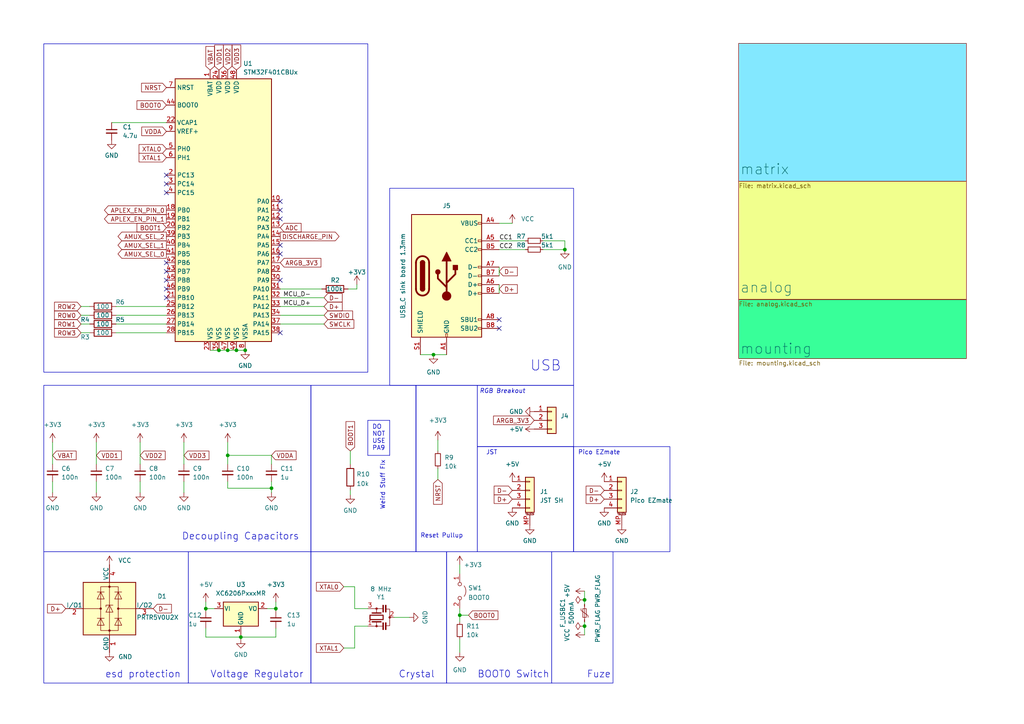
<source format=kicad_sch>
(kicad_sch (version 20231120) (generator "eeschema") (generator_version "8.0")
  (paper "A4")
  (lib_symbols
    (symbol "Connector:USB_C_Receptacle_USB2.0" (pin_names (offset 1.016))
      (property "Reference" "J" (at -10.16 19.05 0))
      (property "Value" "USB_C_Receptacle_USB2.0" (at 19.05 19.05 0))
      (symbol "USB_C_Receptacle_USB2.0_0_0"
        (rectangle (start -0.254 -17.78) (end 0.254 -16.764))
        (rectangle (start 10.16 -14.986) (end 9.144 -15.494))
        (rectangle (start 10.16 -12.446) (end 9.144 -12.954))
        (rectangle (start 10.16 -4.826) (end 9.144 -5.334))
        (rectangle (start 10.16 -2.286) (end 9.144 -2.794))
        (rectangle (start 10.16 0.254) (end 9.144 -0.254))
        (rectangle (start 10.16 2.794) (end 9.144 2.286))
        (rectangle (start 10.16 7.874) (end 9.144 7.366))
        (rectangle (start 10.16 10.414) (end 9.144 9.906))
        (rectangle (start 10.16 15.494) (end 9.144 14.986))
      )
      (symbol "USB_C_Receptacle_USB2.0_0_1"
        (rectangle (start -10.16 17.78) (end 10.16 -17.78) (stroke (width 0.254)) (fill (type background)))
        (arc (start -8.89 -3.81) (mid -6.985 -5.7067) (end -5.08 -3.81) (stroke (width 0.508)))
        (arc (start -7.62 -3.81) (mid -6.985 -4.4423) (end -6.35 -3.81) (stroke (width 0.254)))
        (arc (start -7.62 -3.81) (mid -6.985 -4.4423) (end -6.35 -3.81) (stroke (width 0.254)) (fill (type outline)))
        (rectangle (start -7.62 -3.81) (end -6.35 3.81) (stroke (width 0.254)) (fill (type outline)))
        (arc (start -6.35 3.81) (mid -6.985 4.4423) (end -7.62 3.81) (stroke (width 0.254)))
        (arc (start -6.35 3.81) (mid -6.985 4.4423) (end -7.62 3.81) (stroke (width 0.254)) (fill (type outline)))
        (arc (start -5.08 3.81) (mid -6.985 5.7067) (end -8.89 3.81) (stroke (width 0.508)))
        (circle (center -2.54 1.143) (radius 0.635) (stroke (width 0.254)) (fill (type outline)))
        (circle (center 0 -5.842) (radius 1.27) (fill (type outline)))
        (polyline (pts (xy -8.89 -3.81) (xy -8.89 3.81)) (stroke (width 0.508)))
        (polyline (pts (xy -5.08 3.81) (xy -5.08 -3.81)) (stroke (width 0.508)))
        (polyline (pts (xy 0 -5.842) (xy 0 4.318)) (stroke (width 0.508)))
        (polyline (pts (xy 0 -3.302) (xy -2.54 -0.762) (xy -2.54 0.508)) (stroke (width 0.508)))
        (polyline (pts (xy 0 -2.032) (xy 2.54 0.508) (xy 2.54 1.778)) (stroke (width 0.508)))
        (polyline (pts (xy -1.27 4.318) (xy 0 6.858) (xy 1.27 4.318) (xy -1.27 4.318)) (stroke (width 0.254)) (fill (type outline)))
        (rectangle (start 1.905 1.778) (end 3.175 3.048) (stroke (width 0.254)) (fill (type outline)))
      )
      (symbol "USB_C_Receptacle_USB2.0_1_1"
        (pin passive line (at 0 -22.86 90) (length 5.08) (name "GND") (number "A1"))
        (pin passive line (at 0 -22.86 90) (length 5.08) hide (name "GND") (number "A12"))
        (pin passive line (at 15.24 15.24 180) (length 5.08) (name "VBUS") (number "A4"))
        (pin bidirectional line (at 15.24 10.16 180) (length 5.08) (name "CC1") (number "A5"))
        (pin bidirectional line (at 15.24 -2.54 180) (length 5.08) (name "D+") (number "A6"))
        (pin bidirectional line (at 15.24 2.54 180) (length 5.08) (name "D-") (number "A7"))
        (pin bidirectional line (at 15.24 -12.7 180) (length 5.08) (name "SBU1") (number "A8"))
        (pin passive line (at 15.24 15.24 180) (length 5.08) hide (name "VBUS") (number "A9"))
        (pin passive line (at 0 -22.86 90) (length 5.08) hide (name "GND") (number "B1"))
        (pin passive line (at 0 -22.86 90) (length 5.08) hide (name "GND") (number "B12"))
        (pin passive line (at 15.24 15.24 180) (length 5.08) hide (name "VBUS") (number "B4"))
        (pin bidirectional line (at 15.24 7.62 180) (length 5.08) (name "CC2") (number "B5"))
        (pin bidirectional line (at 15.24 -5.08 180) (length 5.08) (name "D+") (number "B6"))
        (pin bidirectional line (at 15.24 0 180) (length 5.08) (name "D-") (number "B7"))
        (pin bidirectional line (at 15.24 -15.24 180) (length 5.08) (name "SBU2") (number "B8"))
        (pin passive line (at 15.24 15.24 180) (length 5.08) hide (name "VBUS") (number "B9"))
        (pin passive line (at -7.62 -22.86 90) (length 5.08) (name "SHIELD") (number "S1"))
      )
    )
    (symbol "Connector_Generic:Conn_01x03" (pin_names (offset 1.016) hide)
      (property "Reference" "J" (at 0 5.08 0))
      (property "Value" "Conn_01x03" (at 0 -5.08 0))
      (symbol "Conn_01x03_1_1"
        (rectangle (start -1.27 -2.413) (end 0 -2.667) (stroke (width 0.1524)))
        (rectangle (start -1.27 0.127) (end 0 -0.127) (stroke (width 0.1524)))
        (rectangle (start -1.27 2.667) (end 0 2.413) (stroke (width 0.1524)))
        (rectangle (start -1.27 3.81) (end 1.27 -3.81) (stroke (width 0.254)) (fill (type background)))
        (pin passive line (at -5.08 2.54 0) (length 3.81) (name "Pin_1") (number "1"))
        (pin passive line (at -5.08 0 0) (length 3.81) (name "Pin_2") (number "2"))
        (pin passive line (at -5.08 -2.54 0) (length 3.81) (name "Pin_3") (number "3"))
      )
    )
    (symbol "Connector_Generic_MountingPin:Conn_01x04_MountingPin" (pin_names (offset 1.016) hide)
      (property "Reference" "J" (at 0 5.08 0))
      (property "Value" "Conn_01x04_MountingPin" (at 1.27 -7.62 0))
      (symbol "Conn_01x04_MountingPin_1_1"
        (rectangle (start -1.27 -4.953) (end 0 -5.207) (stroke (width 0.1524)))
        (rectangle (start -1.27 -2.413) (end 0 -2.667) (stroke (width 0.1524)))
        (rectangle (start -1.27 0.127) (end 0 -0.127) (stroke (width 0.1524)))
        (rectangle (start -1.27 2.667) (end 0 2.413) (stroke (width 0.1524)))
        (rectangle (start -1.27 3.81) (end 1.27 -6.35) (stroke (width 0.254)) (fill (type background)))
        (polyline (pts (xy -1.016 -7.112) (xy 1.016 -7.112)) (stroke (width 0.1524)))
        (text "Mounting" (at 0 -6.731 0) (effects (font (size 0.381 0.381))))
        (pin passive line (at -5.08 2.54 0) (length 3.81) (name "Pin_1") (number "1"))
        (pin passive line (at -5.08 0 0) (length 3.81) (name "Pin_2") (number "2"))
        (pin passive line (at -5.08 -2.54 0) (length 3.81) (name "Pin_3") (number "3"))
        (pin passive line (at -5.08 -5.08 0) (length 3.81) (name "Pin_4") (number "4"))
        (pin passive line (at 0 -10.16 90) (length 3.048) (name "MountPin") (number "MP"))
      )
    )
    (symbol "Device:C_Small" (pin_numbers hide) (pin_names (offset 0.254) hide)
      (property "Reference" "C" (at 0.254 1.778 0))
      (property "Value" "C_Small" (at 0.254 -2.032 0))
      (symbol "C_Small_0_1"
        (polyline (pts (xy -1.524 -0.508) (xy 1.524 -0.508)) (stroke (width 0.3302)))
        (polyline (pts (xy -1.524 0.508) (xy 1.524 0.508)) (stroke (width 0.3048)))
      )
      (symbol "C_Small_1_1"
        (pin passive line (at 0 2.54 270) (length 2.032) (name "~") (number "1"))
        (pin passive line (at 0 -2.54 90) (length 2.032) (name "~") (number "2"))
      )
    )
    (symbol "Device:Polyfuse_Small" (pin_numbers hide) (pin_names (offset 0))
      (property "Reference" "F" (at -1.905 0 90))
      (property "Value" "Polyfuse_Small" (at 1.905 0 90))
      (symbol "Polyfuse_Small_0_1"
        (rectangle (start -0.508 1.27) (end 0.508 -1.27))
        (polyline (pts (xy 0 2.54) (xy 0 -2.54)))
        (polyline (pts (xy -1.016 1.27) (xy -1.016 0.762) (xy 1.016 -0.762) (xy 1.016 -1.27)))
      )
      (symbol "Polyfuse_Small_1_1"
        (pin passive line (at 0 2.54 270) (length 0.635) (name "~") (number "1"))
        (pin passive line (at 0 -2.54 90) (length 0.635) (name "~") (number "2"))
      )
    )
    (symbol "Device:R" (pin_numbers hide) (pin_names (offset 0))
      (property "Reference" "R" (at 2.032 0 90))
      (property "Value" "R" (at 0 0 90))
      (symbol "R_0_1"
        (rectangle (start -1.016 -2.54) (end 1.016 2.54) (stroke (width 0.254)))
      )
      (symbol "R_1_1"
        (pin passive line (at 0 3.81 270) (length 1.27) (name "~") (number "1"))
        (pin passive line (at 0 -3.81 90) (length 1.27) (name "~") (number "2"))
      )
    )
    (symbol "Device:R_Small" (pin_numbers hide) (pin_names (offset 0.254) hide)
      (property "Reference" "R" (at 0.762 0.508 0))
      (property "Value" "R_Small" (at 0.762 -1.016 0))
      (symbol "R_Small_0_1"
        (rectangle (start -0.762 1.778) (end 0.762 -1.778) (stroke (width 0.2032)))
      )
      (symbol "R_Small_1_1"
        (pin passive line (at 0 2.54 270) (length 0.762) (name "~") (number "1"))
        (pin passive line (at 0 -2.54 90) (length 0.762) (name "~") (number "2"))
      )
    )
    (symbol "Device:Resonator_Small" (pin_names (offset 1.016) hide)
      (property "Reference" "Y" (at 3.175 1.905 0))
      (property "Value" "Resonator_Small" (at 3.175 0 0))
      (symbol "Resonator_Small_0_1"
        (rectangle (start -3.556 -2.54) (end -1.524 -2.794) (fill (type outline)))
        (rectangle (start -3.556 -1.778) (end -1.524 -2.032) (fill (type outline)))
        (circle (center -2.54 0) (radius 0.254) (fill (type outline)))
        (rectangle (start -0.635 1.905) (end 0.635 -1.905) (stroke (width 0.3048)))
        (circle (center 0 -3.81) (radius 0.254) (fill (type outline)))
        (polyline (pts (xy -2.54 -1.778) (xy -2.54 0)))
        (polyline (pts (xy -2.54 0) (xy -1.397 0)))
        (polyline (pts (xy -2.54 1.27) (xy -2.54 0)))
        (polyline (pts (xy -1.27 -1.27) (xy -1.27 1.27)) (stroke (width 0.381)))
        (polyline (pts (xy 1.27 -1.27) (xy 1.27 1.27)) (stroke (width 0.381)))
        (polyline (pts (xy 1.27 0) (xy 2.54 0)))
        (polyline (pts (xy 2.54 0) (xy 2.54 -1.778)))
        (polyline (pts (xy 2.54 1.27) (xy 2.54 0)))
        (polyline (pts (xy 2.413 -2.794) (xy 2.413 -3.81) (xy -2.413 -3.81) (xy -2.413 -2.667)))
        (rectangle (start 1.524 -2.54) (end 3.556 -2.794) (fill (type outline)))
        (rectangle (start 1.524 -1.778) (end 3.556 -2.032) (fill (type outline)))
        (circle (center 2.54 0) (radius 0.254) (fill (type outline)))
      )
      (symbol "Resonator_Small_1_1"
        (pin passive line (at -2.54 2.54 270) (length 1.27) (name "1") (number "1"))
        (pin passive line (at 0 -5.08 90) (length 1.27) (name "2") (number "2"))
        (pin passive line (at 2.54 2.54 270) (length 1.27) (name "3") (number "3"))
      )
    )
    (symbol "GND_4" (power) (pin_names (offset 0))
      (property "Value" "GND_4" (at 0 -3.81 0))
      (symbol "GND_4_0_1"
        (polyline (pts (xy 0 0) (xy 0 -1.27) (xy 1.27 -1.27) (xy 0 -2.54) (xy -1.27 -1.27) (xy 0 -1.27)))
      )
      (symbol "GND_4_1_1"
        (pin power_in line (at 0 0 270) (length 0) hide (name "GND") (number "1"))
      )
    )
    (symbol "Jumper:Jumper_2_Open" (pin_names (offset 0) hide)
      (property "Reference" "JP" (at 0 2.794 0))
      (property "Value" "Jumper_2_Open" (at 0 -2.286 0))
      (symbol "Jumper_2_Open_0_0"
        (circle (center -2.032 0) (radius 0.508))
        (circle (center 2.032 0) (radius 0.508))
      )
      (symbol "Jumper_2_Open_0_1"
        (arc (start 1.524 1.27) (mid 0 1.778) (end -1.524 1.27))
      )
      (symbol "Jumper_2_Open_1_1"
        (pin passive line (at -5.08 0 0) (length 2.54) (name "A") (number "1"))
        (pin passive line (at 5.08 0 180) (length 2.54) (name "B") (number "2"))
      )
    )
    (symbol "MCU_ST_STM32F4:STM32F401CBUx"
      (property "Reference" "U" (at -15.24 39.37 0))
      (property "Value" "STM32F401CBUx" (at 5.08 39.37 0))
      (symbol "STM32F401CBUx_0_1"
        (rectangle (start -15.24 -38.1) (end 12.7 38.1) (stroke (width 0.254)) (fill (type background)))
      )
      (symbol "STM32F401CBUx_1_1"
        (pin power_in line (at -5.08 40.64 270) (length 2.54) (name "VBAT") (number "1"))
        (pin bidirectional line (at 15.24 2.54 180) (length 2.54) (name "PA0") (number "10"))
        (pin bidirectional line (at 15.24 0 180) (length 2.54) (name "PA1") (number "11"))
        (pin bidirectional line (at 15.24 -2.54 180) (length 2.54) (name "PA2") (number "12"))
        (pin bidirectional line (at 15.24 -5.08 180) (length 2.54) (name "PA3") (number "13"))
        (pin bidirectional line (at 15.24 -7.62 180) (length 2.54) (name "PA4") (number "14"))
        (pin bidirectional line (at 15.24 -10.16 180) (length 2.54) (name "PA5") (number "15"))
        (pin bidirectional line (at 15.24 -12.7 180) (length 2.54) (name "PA6") (number "16"))
        (pin bidirectional line (at 15.24 -15.24 180) (length 2.54) (name "PA7") (number "17"))
        (pin bidirectional line (at -17.78 0 0) (length 2.54) (name "PB0") (number "18"))
        (pin bidirectional line (at -17.78 -2.54 0) (length 2.54) (name "PB1") (number "19"))
        (pin bidirectional line (at -17.78 10.16 0) (length 2.54) (name "PC13") (number "2"))
        (pin bidirectional line (at -17.78 -5.08 0) (length 2.54) (name "PB2") (number "20"))
        (pin bidirectional line (at -17.78 -25.4 0) (length 2.54) (name "PB10") (number "21"))
        (pin power_in line (at -17.78 25.4 0) (length 2.54) (name "VCAP1") (number "22"))
        (pin power_in line (at -5.08 -40.64 90) (length 2.54) (name "VSS") (number "23"))
        (pin power_in line (at -2.54 40.64 270) (length 2.54) (name "VDD") (number "24"))
        (pin bidirectional line (at -17.78 -27.94 0) (length 2.54) (name "PB12") (number "25"))
        (pin bidirectional line (at -17.78 -30.48 0) (length 2.54) (name "PB13") (number "26"))
        (pin bidirectional line (at -17.78 -33.02 0) (length 2.54) (name "PB14") (number "27"))
        (pin bidirectional line (at -17.78 -35.56 0) (length 2.54) (name "PB15") (number "28"))
        (pin bidirectional line (at 15.24 -17.78 180) (length 2.54) (name "PA8") (number "29"))
        (pin bidirectional line (at -17.78 7.62 0) (length 2.54) (name "PC14") (number "3"))
        (pin bidirectional line (at 15.24 -20.32 180) (length 2.54) (name "PA9") (number "30"))
        (pin bidirectional line (at 15.24 -22.86 180) (length 2.54) (name "PA10") (number "31"))
        (pin bidirectional line (at 15.24 -25.4 180) (length 2.54) (name "PA11") (number "32"))
        (pin bidirectional line (at 15.24 -27.94 180) (length 2.54) (name "PA12") (number "33"))
        (pin bidirectional line (at 15.24 -30.48 180) (length 2.54) (name "PA13") (number "34"))
        (pin power_in line (at -2.54 -40.64 90) (length 2.54) (name "VSS") (number "35"))
        (pin power_in line (at 0 40.64 270) (length 2.54) (name "VDD") (number "36"))
        (pin bidirectional line (at 15.24 -33.02 180) (length 2.54) (name "PA14") (number "37"))
        (pin bidirectional line (at 15.24 -35.56 180) (length 2.54) (name "PA15") (number "38"))
        (pin bidirectional line (at -17.78 -7.62 0) (length 2.54) (name "PB3") (number "39"))
        (pin bidirectional line (at -17.78 5.08 0) (length 2.54) (name "PC15") (number "4"))
        (pin bidirectional line (at -17.78 -10.16 0) (length 2.54) (name "PB4") (number "40"))
        (pin bidirectional line (at -17.78 -12.7 0) (length 2.54) (name "PB5") (number "41"))
        (pin bidirectional line (at -17.78 -15.24 0) (length 2.54) (name "PB6") (number "42"))
        (pin bidirectional line (at -17.78 -17.78 0) (length 2.54) (name "PB7") (number "43"))
        (pin input line (at -17.78 30.48 0) (length 2.54) (name "BOOT0") (number "44"))
        (pin bidirectional line (at -17.78 -20.32 0) (length 2.54) (name "PB8") (number "45"))
        (pin bidirectional line (at -17.78 -22.86 0) (length 2.54) (name "PB9") (number "46"))
        (pin power_in line (at 0 -40.64 90) (length 2.54) (name "VSS") (number "47"))
        (pin power_in line (at 2.54 40.64 270) (length 2.54) (name "VDD") (number "48"))
        (pin power_in line (at 2.54 -40.64 90) (length 2.54) (name "VSS") (number "49"))
        (pin input line (at -17.78 17.78 0) (length 2.54) (name "PH0") (number "5"))
        (pin input line (at -17.78 15.24 0) (length 2.54) (name "PH1") (number "6"))
        (pin input line (at -17.78 35.56 0) (length 2.54) (name "NRST") (number "7"))
        (pin power_in line (at 5.08 -40.64 90) (length 2.54) (name "VSSA") (number "8"))
        (pin power_in line (at -17.78 22.86 0) (length 2.54) (name "VREF+") (number "9"))
      )
    )
    (symbol "Power_Protection:PRTR5V0U2X" (pin_names (offset 0))
      (property "Reference" "D" (at 2.794 8.636 0))
      (property "Value" "PRTR5V0U2X" (at 8.128 -9.398 0))
      (symbol "PRTR5V0U2X_0_1"
        (rectangle (start -7.62 -7.62) (end 7.62 7.62) (stroke (width 0.254)) (fill (type background)))
        (circle (center -2.54 0) (radius 0.254) (fill (type outline)))
        (rectangle (start -2.54 6.35) (end 2.54 -6.35))
        (circle (center 0 -6.35) (radius 0.254) (fill (type outline)))
        (polyline (pts (xy -2.54 0) (xy -7.62 0)))
        (polyline (pts (xy -1.524 -2.794) (xy -3.556 -2.794)))
        (polyline (pts (xy -1.524 4.826) (xy -3.556 4.826)))
        (polyline (pts (xy 0 -7.62) (xy 0 7.62)))
        (polyline (pts (xy 1.524 -2.794) (xy 3.556 -2.794)))
        (polyline (pts (xy 1.524 4.826) (xy 3.556 4.826)))
        (polyline (pts (xy 2.54 0) (xy 7.62 0)))
        (polyline (pts (xy 1.016 1.016) (xy -1.016 1.016) (xy -1.016 0.508)))
        (polyline (pts (xy -3.556 -4.826) (xy -1.524 -4.826) (xy -2.54 -2.794) (xy -3.556 -4.826)))
        (polyline (pts (xy -3.556 2.794) (xy -1.524 2.794) (xy -2.54 4.826) (xy -3.556 2.794)))
        (polyline (pts (xy -1.016 -1.016) (xy 1.016 -1.016) (xy 0 1.016) (xy -1.016 -1.016)))
        (polyline (pts (xy 3.556 -4.826) (xy 1.524 -4.826) (xy 2.54 -2.794) (xy 3.556 -4.826)))
        (polyline (pts (xy 3.556 2.794) (xy 1.524 2.794) (xy 2.54 4.826) (xy 3.556 2.794)))
        (circle (center 0 6.35) (radius 0.254) (fill (type outline)))
        (circle (center 2.54 0) (radius 0.254) (fill (type outline)))
      )
      (symbol "PRTR5V0U2X_1_1"
        (pin passive line (at 0 -12.7 90) (length 5.08) (name "GND") (number "1"))
        (pin passive line (at -12.7 0 0) (length 5.08) (name "I/O1") (number "2"))
        (pin passive line (at 12.7 0 180) (length 5.08) (name "I/O2") (number "3"))
        (pin passive line (at 0 12.7 270) (length 5.08) (name "VCC") (number "4"))
      )
    )
    (symbol "Regulator_Linear:XC6206PxxxMR" (pin_names (offset 0.254))
      (property "Reference" "U" (at -3.81 3.175 0))
      (property "Value" "XC6206PxxxMR" (at 0 3.175 0))
      (symbol "XC6206PxxxMR_0_1"
        (rectangle (start -5.08 1.905) (end 5.08 -5.08) (stroke (width 0.254)) (fill (type background)))
      )
      (symbol "XC6206PxxxMR_1_1"
        (pin power_in line (at 0 -7.62 90) (length 2.54) (name "GND") (number "1"))
        (pin power_out line (at 7.62 0 180) (length 2.54) (name "VO") (number "2"))
        (pin power_in line (at -7.62 0 0) (length 2.54) (name "VI") (number "3"))
      )
    )
    (symbol "power:+3.3V" (power) (pin_names (offset 0))
      (property "Value" "+3.3V" (at 0 3.556 0))
      (symbol "+3.3V_0_1"
        (polyline (pts (xy -0.762 1.27) (xy 0 2.54)))
        (polyline (pts (xy 0 0) (xy 0 2.54)))
        (polyline (pts (xy 0 2.54) (xy 0.762 1.27)))
      )
      (symbol "+3.3V_1_1"
        (pin power_in line (at 0 0 90) (length 0) hide (name "+3V3") (number "1"))
      )
    )
    (symbol "power:+3V3" (power) (pin_names (offset 0))
      (property "Value" "+3V3" (at 0 3.556 0))
      (symbol "+3V3_0_1"
        (polyline (pts (xy -0.762 1.27) (xy 0 2.54)))
        (polyline (pts (xy 0 0) (xy 0 2.54)))
        (polyline (pts (xy 0 2.54) (xy 0.762 1.27)))
      )
      (symbol "+3V3_1_1"
        (pin power_in line (at 0 0 90) (length 0) hide (name "+3V3") (number "1"))
      )
    )
    (symbol "power:+5V" (power) (pin_names (offset 0))
      (property "Value" "+5V" (at 0 3.556 0))
      (symbol "+5V_0_1"
        (polyline (pts (xy -0.762 1.27) (xy 0 2.54)))
        (polyline (pts (xy 0 0) (xy 0 2.54)))
        (polyline (pts (xy 0 2.54) (xy 0.762 1.27)))
      )
      (symbol "+5V_1_1"
        (pin power_in line (at 0 0 90) (length 0) hide (name "+5V") (number "1"))
      )
    )
    (symbol "power:GND" (power) (pin_names (offset 0))
      (property "Value" "GND" (at 0 -3.81 0))
      (symbol "GND_0_1"
        (polyline (pts (xy 0 0) (xy 0 -1.27) (xy 1.27 -1.27) (xy 0 -2.54) (xy -1.27 -1.27) (xy 0 -1.27)))
      )
      (symbol "GND_1_1"
        (pin power_in line (at 0 0 270) (length 0) hide (name "GND") (number "1"))
      )
    )
    (symbol "power:PWR_FLAG" (power) (pin_numbers hide) (pin_names (offset 0) hide)
      (property "Value" "PWR_FLAG" (at 0 3.81 0))
      (symbol "PWR_FLAG_0_0"
        (pin power_out line (at 0 0 90) (length 0) (name "pwr") (number "1"))
      )
      (symbol "PWR_FLAG_0_1"
        (polyline (pts (xy 0 0) (xy 0 1.27) (xy -1.016 1.905) (xy 0 2.54) (xy 1.016 1.905) (xy 0 1.27)))
      )
    )
    (symbol "power:VCC" (power) (pin_names (offset 0))
      (property "Value" "VCC" (at 0 3.81 0))
      (symbol "VCC_0_1"
        (polyline (pts (xy -0.762 1.27) (xy 0 2.54)))
        (polyline (pts (xy 0 0) (xy 0 2.54)))
        (polyline (pts (xy 0 2.54) (xy 0.762 1.27)))
      )
      (symbol "VCC_1_1"
        (pin power_in line (at 0 0 90) (length 0) hide (name "VCC") (number "1"))
      )
    )
  )
  (junction (at 125.73 102.87))
  (junction (at 66.04 101.6))
  (junction (at 163.83 72.39))
  (junction (at 68.58 101.6))
  (junction (at 80.01 176.53))
  (junction (at 78.74 141.605))
  (junction (at 63.5 101.6))
  (junction (at 59.69 176.53))
  (junction (at 133.35 178.435))
  (junction (at 66.04 132.08))
  (junction (at 169.545 181.61))
  (junction (at 71.12 101.6))
  (junction (at 169.545 173.99))
  (junction (at 69.85 184.785))
  (no_connect (at 81.28 73.66))
  (no_connect (at 48.26 53.34))
  (no_connect (at 81.28 81.28))
  (no_connect (at 48.26 83.82))
  (no_connect (at 48.26 78.74))
  (no_connect (at 81.28 58.42))
  (no_connect (at 48.26 50.8))
  (no_connect (at 144.78 92.71))
  (no_connect (at 81.28 71.12))
  (no_connect (at 48.26 81.28))
  (no_connect (at 81.28 63.5))
  (no_connect (at 81.28 60.96))
  (no_connect (at 48.26 86.36))
  (no_connect (at 144.78 95.25))
  (no_connect (at 48.26 76.2))
  (no_connect (at 81.28 96.52))
  (no_connect (at 48.26 55.88))
  (wire (pts (xy 15.24 139.7) (xy 15.24 142.875)))
  (wire (pts (xy 59.69 177.165) (xy 59.69 176.53)))
  (wire (pts (xy 59.69 176.53) (xy 62.23 176.53)))
  (wire (pts (xy 33.655 91.44) (xy 48.26 91.44)))
  (wire (pts (xy 169.545 175.26) (xy 169.545 173.99)))
  (wire (pts (xy 66.04 139.7) (xy 66.04 141.605)))
  (wire (pts (xy 144.78 64.77) (xy 148.59 64.77)))
  (wire (pts (xy 133.35 178.435) (xy 133.35 180.34)))
  (wire (pts (xy 15.24 128.27) (xy 15.24 134.62)))
  (wire (pts (xy 48.26 93.98) (xy 33.655 93.98)))
  (wire (pts (xy 99.695 187.96) (xy 102.87 187.96)))
  (wire (pts (xy 101.6 130.81) (xy 101.6 134.62)))
  (wire (pts (xy 163.83 69.85) (xy 163.83 72.39)))
  (wire (pts (xy 133.35 163.83) (xy 133.35 166.37)))
  (wire (pts (xy 127 135.89) (xy 127 139.065)))
  (wire (pts (xy 80.01 176.53) (xy 80.01 177.165)))
  (wire (pts (xy 169.545 184.15) (xy 169.545 181.61)))
  (wire (pts (xy 69.85 184.15) (xy 69.85 184.785)))
  (wire (pts (xy 78.74 141.605) (xy 78.74 142.875)))
  (wire (pts (xy 169.545 173.99) (xy 169.545 171.45)))
  (wire (pts (xy 69.85 184.785) (xy 69.85 185.42)))
  (wire (pts (xy 144.78 72.39) (xy 152.4 72.39)))
  (wire (pts (xy 127 127.635) (xy 127 130.81)))
  (wire (pts (xy 69.85 184.785) (xy 80.01 184.785)))
  (wire (pts (xy 103.505 83.82) (xy 103.505 82.55)))
  (wire (pts (xy 81.28 91.44) (xy 93.98 91.44)))
  (wire (pts (xy 133.35 176.53) (xy 133.35 178.435)))
  (wire (pts (xy 81.28 88.9) (xy 93.98 88.9)))
  (wire (pts (xy 23.495 88.9) (xy 26.035 88.9)))
  (wire (pts (xy 157.48 72.39) (xy 163.83 72.39)))
  (wire (pts (xy 133.35 178.435) (xy 135.89 178.435)))
  (wire (pts (xy 59.69 176.53) (xy 59.69 174.625)))
  (wire (pts (xy 78.74 139.7) (xy 78.74 141.605)))
  (wire (pts (xy 169.545 181.61) (xy 169.545 180.34)))
  (wire (pts (xy 77.47 176.53) (xy 80.01 176.53)))
  (wire (pts (xy 33.655 88.9) (xy 48.26 88.9)))
  (wire (pts (xy 144.78 77.47) (xy 144.78 80.01)))
  (wire (pts (xy 93.345 83.82) (xy 81.28 83.82)))
  (wire (pts (xy 53.34 139.7) (xy 53.34 142.875)))
  (wire (pts (xy 66.04 141.605) (xy 78.74 141.605)))
  (polyline (pts (xy 106.68 121.92) (xy 106.68 132.08)))
  (wire (pts (xy 78.74 132.08) (xy 78.74 134.62)))
  (wire (pts (xy 27.94 128.27) (xy 27.94 134.62)))
  (polyline (pts (xy 106.68 121.92) (xy 113.03 121.92)))
  (wire (pts (xy 23.495 91.44) (xy 26.035 91.44)))
  (wire (pts (xy 66.04 128.27) (xy 66.04 132.08)))
  (wire (pts (xy 69.85 184.785) (xy 59.69 184.785)))
  (polyline (pts (xy 106.68 132.08) (xy 113.03 132.08)))
  (polyline (pts (xy 113.03 132.08) (xy 113.03 121.92)))
  (wire (pts (xy 23.495 96.52) (xy 26.035 96.52)))
  (wire (pts (xy 106.68 176.53) (xy 102.87 176.53)))
  (wire (pts (xy 102.87 187.96) (xy 102.87 181.61)))
  (wire (pts (xy 125.73 102.87) (xy 129.54 102.87)))
  (wire (pts (xy 27.94 139.7) (xy 27.94 142.875)))
  (wire (pts (xy 101.6 142.24) (xy 101.6 143.51)))
  (wire (pts (xy 33.655 96.52) (xy 48.26 96.52)))
  (wire (pts (xy 60.96 101.6) (xy 63.5 101.6)))
  (wire (pts (xy 133.35 185.42) (xy 133.35 189.23)))
  (wire (pts (xy 66.04 132.08) (xy 78.74 132.08)))
  (wire (pts (xy 53.34 128.27) (xy 53.34 134.62)))
  (wire (pts (xy 114.3 179.07) (xy 118.745 179.07)))
  (wire (pts (xy 102.87 181.61) (xy 106.68 181.61)))
  (wire (pts (xy 40.64 139.7) (xy 40.64 142.875)))
  (wire (pts (xy 59.69 184.785) (xy 59.69 182.245)))
  (wire (pts (xy 66.04 101.6) (xy 68.58 101.6)))
  (wire (pts (xy 102.87 176.53) (xy 102.87 170.18)))
  (wire (pts (xy 100.965 83.82) (xy 103.505 83.82)))
  (wire (pts (xy 81.28 86.36) (xy 93.98 86.36)))
  (wire (pts (xy 121.92 102.87) (xy 125.73 102.87)))
  (wire (pts (xy 81.28 93.98) (xy 93.98 93.98)))
  (wire (pts (xy 32.385 35.56) (xy 48.26 35.56)))
  (wire (pts (xy 157.48 69.85) (xy 163.83 69.85)))
  (wire (pts (xy 23.495 93.98) (xy 26.035 93.98)))
  (wire (pts (xy 66.04 132.08) (xy 66.04 134.62)))
  (wire (pts (xy 99.695 170.18) (xy 102.87 170.18)))
  (wire (pts (xy 80.01 176.53) (xy 80.01 174.625)))
  (wire (pts (xy 68.58 101.6) (xy 71.12 101.6)))
  (wire (pts (xy 144.78 82.55) (xy 144.78 85.09)))
  (wire (pts (xy 80.01 184.785) (xy 80.01 182.245)))
  (wire (pts (xy 40.64 128.27) (xy 40.64 134.62)))
  (wire (pts (xy 63.5 101.6) (xy 66.04 101.6)))
  (wire (pts (xy 144.78 69.85) (xy 152.4 69.85)))
  (rectangle (start 90.17 160.02) (end 129.54 198.12))
  (rectangle (start 138.43 129.54) (end 166.37 160.02))
  (rectangle (start 90.17 111.76) (end 120.65 160.02))
  (rectangle (start 12.7 12.7) (end 106.68 107.95))
  (rectangle (start 113.03 54.61) (end 166.37 111.76))
  (rectangle (start 54.61 160.02) (end 90.17 198.12))
  (rectangle (start 129.54 160.02) (end 160.02 198.12))
  (rectangle (start 12.7 111.76) (end 90.17 160.02))
  (rectangle (start 12.7 160.02) (end 54.61 198.12))
  (rectangle (start 120.65 111.76) (end 138.43 160.02))
  (rectangle (start 160.02 160.02) (end 177.8 198.12))
  (rectangle (start 166.37 129.54) (end 194.31 160.02))
  (rectangle (start 138.43 111.76) (end 166.37 129.54))
  (text "USB" (at 153.67 107.95 0) (effects (font (size 3 3)) (justify left bottom)))
  (text "Weird Stuff FIx" (at 111.76 147.955 90) (effects (font (size 1.27 1.27)) (justify left bottom)))
  (text "DO\nNOT\nUSE\nPA9\n" (at 107.95 130.81 0) (effects (font (size 1.27 1.27)) (justify left bottom)))
  (text "Pico EZmate" (at 167.64 132.08 0) (effects (font (size 1.27 1.27)) (justify left bottom)))
  (text "Fuze\n" (at 170.18 196.85 0) (effects (font (size 2 2)) (justify left bottom)))
  (text "Decoupling Capacitors" (at 52.705 156.845 0) (effects (font (size 2 2)) (justify left bottom)))
  (text "Crystal" (at 115.57 196.85 0) (effects (font (size 2 2)) (justify left bottom)))
  (text "esd protection\n" (at 30.48 196.85 0) (effects (font (size 2 2)) (justify left bottom)))
  (text "Reset Pullup" (at 121.92 156.21 0) (effects (font (size 1.27 1.27)) (justify left bottom)))
  (text "RGB Breakout" (at 152.4 114.3 0) (effects (font (size 1.27 1.27) (italic yes)) (justify right bottom)))
  (text "JST" (at 140.97 132.08 0) (effects (font (size 1.27 1.27)) (justify left bottom)))
  (text "BOOT0 Switch" (at 138.43 196.85 0) (effects (font (size 2 2)) (justify left bottom)))
  (text "Voltage Regulator" (at 60.96 196.85 0) (effects (font (size 2 2)) (justify left bottom)))
  (label "MCU_D-" (at 90.17 86.36 180))
  (label "CC1" (at 144.78 69.85 0))
  (label "MCU_D+" (at 90.17 88.9 180))
  (label "CC2" (at 144.78 72.39 0))
  (global_label "NRST" (shape input) (at 127 139.065 270) (property "Intersheetrefs" "${INTERSHEET_REFS}" (effects (hide yes))))
  (global_label "NRST" (shape input) (at 48.26 25.4 180) (property "Intersheetrefs" "${INTERSHEET_REFS}" (effects (hide yes))))
  (global_label "D-" (shape input) (at 175.26 142.24 180) (property "Intersheetrefs" "${INTERSHEET_REFS}" (effects (hide yes))))
  (global_label "BOOT1" (shape input) (at 48.26 66.04 180) (property "Intersheetrefs" "${INTERSHEET_REFS}" (effects (hide yes))))
  (global_label "VDD1" (shape input) (at 27.94 132.08 0) (property "Intersheetrefs" "${INTERSHEET_REFS}" (effects (hide yes))))
  (global_label "D+" (shape input) (at 19.05 176.53 180) (property "Intersheetrefs" "${INTERSHEET_REFS}" (effects (hide yes))))
  (global_label "ROW0" (shape input) (at 23.495 91.44 180) (property "Intersheetrefs" "${INTERSHEET_REFS}" (effects (hide yes))))
  (global_label "D-" (shape input) (at 148.59 142.24 180) (property "Intersheetrefs" "${INTERSHEET_REFS}" (effects (hide yes))))
  (global_label "SWDIO" (shape input) (at 93.98 91.44 0) (property "Intersheetrefs" "${INTERSHEET_REFS}" (effects (hide yes))))
  (global_label "ARGB_3V3" (shape input) (at 81.28 76.2 0) (property "Intersheetrefs" "${INTERSHEET_REFS}" (effects (hide yes))))
  (global_label "D+" (shape input) (at 175.26 144.78 180) (property "Intersheetrefs" "${INTERSHEET_REFS}" (effects (hide yes))))
  (global_label "ARGB_3V3" (shape input) (at 154.94 121.92 180) (property "Intersheetrefs" "${INTERSHEET_REFS}" (effects (hide yes))))
  (global_label "APLEX_EN_PIN_0" (shape output) (at 48.26 60.96 180) (property "Intersheetrefs" "${INTERSHEET_REFS}" (effects (hide yes))))
  (global_label "BOOT0" (shape input) (at 48.26 30.48 180) (property "Intersheetrefs" "${INTERSHEET_REFS}" (effects (hide yes))))
  (global_label "ADC" (shape input) (at 81.28 66.04 0) (property "Intersheetrefs" "${INTERSHEET_REFS}" (effects (hide yes))))
  (global_label "VDD2" (shape input) (at 40.64 132.08 0) (property "Intersheetrefs" "${INTERSHEET_REFS}" (effects (hide yes))))
  (global_label "D-" (shape input) (at 144.78 78.74 0) (property "Intersheetrefs" "${INTERSHEET_REFS}" (effects (hide yes))))
  (global_label "AMUX_SEL_1" (shape output) (at 48.26 71.12 180) (property "Intersheetrefs" "${INTERSHEET_REFS}" (effects (hide yes))))
  (global_label "VDD3" (shape input) (at 53.34 132.08 0) (property "Intersheetrefs" "${INTERSHEET_REFS}" (effects (hide yes))))
  (global_label "ROW1" (shape input) (at 23.495 93.98 180) (property "Intersheetrefs" "${INTERSHEET_REFS}" (effects (hide yes))))
  (global_label "ROW3" (shape input) (at 23.495 96.52 180) (property "Intersheetrefs" "${INTERSHEET_REFS}" (effects (hide yes))))
  (global_label "XTAL1" (shape input) (at 99.695 187.96 180) (property "Intersheetrefs" "${INTERSHEET_REFS}" (effects (hide yes))))
  (global_label "AMUX_SEL_2" (shape output) (at 48.26 68.58 180) (property "Intersheetrefs" "${INTERSHEET_REFS}" (effects (hide yes))))
  (global_label "VDDA" (shape input) (at 48.26 38.1 180) (property "Intersheetrefs" "${INTERSHEET_REFS}" (effects (hide yes))))
  (global_label "D+" (shape input) (at 148.59 144.78 180) (property "Intersheetrefs" "${INTERSHEET_REFS}" (effects (hide yes))))
  (global_label "VDD3" (shape input) (at 68.58 20.32 90) (property "Intersheetrefs" "${INTERSHEET_REFS}" (effects (hide yes))))
  (global_label "VDD1" (shape input) (at 63.5 20.32 90) (property "Intersheetrefs" "${INTERSHEET_REFS}" (effects (hide yes))))
  (global_label "D-" (shape input) (at 44.45 176.53 0) (property "Intersheetrefs" "${INTERSHEET_REFS}" (effects (hide yes))))
  (global_label "VBAT" (shape input) (at 60.96 20.32 90) (property "Intersheetrefs" "${INTERSHEET_REFS}" (effects (hide yes))))
  (global_label "D+" (shape input) (at 144.78 83.82 0) (property "Intersheetrefs" "${INTERSHEET_REFS}" (effects (hide yes))))
  (global_label "XTAL0" (shape input) (at 48.26 43.18 180) (property "Intersheetrefs" "${INTERSHEET_REFS}" (effects (hide yes))))
  (global_label "XTAL1" (shape input) (at 48.26 45.72 180) (property "Intersheetrefs" "${INTERSHEET_REFS}" (effects (hide yes))))
  (global_label "D+" (shape input) (at 93.98 88.9 0) (property "Intersheetrefs" "${INTERSHEET_REFS}" (effects (hide yes))))
  (global_label "SWCLK" (shape input) (at 93.98 93.98 0) (property "Intersheetrefs" "${INTERSHEET_REFS}" (effects (hide yes))))
  (global_label "XTAL0" (shape input) (at 99.695 170.18 180) (property "Intersheetrefs" "${INTERSHEET_REFS}" (effects (hide yes))))
  (global_label "D-" (shape input) (at 93.98 86.36 0) (property "Intersheetrefs" "${INTERSHEET_REFS}" (effects (hide yes))))
  (global_label "BOOT0" (shape input) (at 135.89 178.435 0) (property "Intersheetrefs" "${INTERSHEET_REFS}" (effects (hide yes))))
  (global_label "VDD2" (shape input) (at 66.04 20.32 90) (property "Intersheetrefs" "${INTERSHEET_REFS}" (effects (hide yes))))
  (global_label "VDDA" (shape input) (at 78.74 132.08 0) (property "Intersheetrefs" "${INTERSHEET_REFS}" (effects (hide yes))))
  (global_label "DISCHARGE_PIN" (shape output) (at 81.28 68.58 0) (property "Intersheetrefs" "${INTERSHEET_REFS}" (effects (hide yes))))
  (global_label "APLEX_EN_PIN_1" (shape output) (at 48.26 63.5 180) (property "Intersheetrefs" "${INTERSHEET_REFS}" (effects (hide yes))))
  (global_label "ROW2" (shape input) (at 23.495 88.9 180) (property "Intersheetrefs" "${INTERSHEET_REFS}" (effects (hide yes))))
  (global_label "AMUX_SEL_0" (shape output) (at 48.26 73.66 180) (property "Intersheetrefs" "${INTERSHEET_REFS}" (effects (hide yes))))
  (global_label "VBAT" (shape input) (at 15.24 132.08 0) (property "Intersheetrefs" "${INTERSHEET_REFS}" (effects (hide yes))))
  (global_label "BOOT1" (shape input) (at 101.6 130.81 90) (property "Intersheetrefs" "${INTERSHEET_REFS}" (effects (hide yes))))
  (symbol (lib_id "Device:Resonator_Small") (at 109.22 179.07 90) (unit 1)
    (property "Reference" "Y1" (at 110.49 173.1518 90))
    (property "Value" "8 MHz" (at 110.49 170.8404 90))
    (property "Footprint" "Crystal:Resonator_SMD_Murata_CSTxExxV-3Pin_3.0x1.1mm" (effects (hide yes)))
    (property "LCSC" "C907975" (effects (hide yes)))
  )
  (symbol (lib_id "power:GND") (at 175.26 147.32 0) (unit 1)
    (property "Reference" "#PWR06" (effects (hide yes)))
    (property "Value" "GND" (at 175.26 151.7634 0))
  )
  (symbol (lib_id "power:VCC") (at 148.59 64.77 0) (unit 1)
    (property "Reference" "#PWR011" (effects (hide yes)))
    (property "Value" "VCC" (at 151.13 63.4999 0) (effects (justify left)))
  )
  (symbol (lib_id "Device:R") (at 29.845 88.9 90) (unit 1)
    (property "Reference" "R6" (at 36.195 87.63 90) (effects (justify left)))
    (property "Value" "100" (at 31.75 88.9 90) (effects (justify left)))
    (property "Footprint" "Resistor_SMD:R_0402_1005Metric" (effects (hide yes)))
    (property "LCSC" "C25076" (effects (hide yes)))
  )
  (symbol (lib_id "Device:C_Small") (at 40.64 137.16 0) (unit 1)
    (property "Reference" "C8" (at 43.18 135.8962 0) (effects (justify left)))
    (property "Value" "100n" (at 43.18 138.4362 0) (effects (justify left)))
    (property "Footprint" "Capacitor_SMD:C_0402_1005Metric" (effects (hide yes)))
  )
  (symbol (lib_id "power:+3V3") (at 66.04 128.27 0) (unit 1)
    (property "Reference" "#PWR019" (effects (hide yes)))
    (property "Value" "+3V3" (at 66.04 123.19 0))
  )
  (symbol (lib_id "Device:C_Small") (at 27.94 137.16 0) (unit 1)
    (property "Reference" "C7" (at 30.48 135.8962 0) (effects (justify left)))
    (property "Value" "100n" (at 30.48 138.4362 0) (effects (justify left)))
    (property "Footprint" "Capacitor_SMD:C_0402_1005Metric" (effects (hide yes)))
  )
  (symbol (lib_id "power:+3.3V") (at 103.505 82.55 0) (unit 1)
    (property "Reference" "#PWR02" (effects (hide yes)))
    (property "Value" "+3V3" (at 103.505 78.9455 0))
  )
  (symbol (lib_name "GND_4") (lib_id "power:GND") (at 125.73 102.87 0) (unit 1)
    (property "Reference" "#PWR032" (effects (hide yes)))
    (property "Value" "GND" (at 125.73 107.95 0))
  )
  (symbol (lib_id "Connector_Generic:Conn_01x03") (at 160.02 121.92 0) (unit 1) (in_bom no)
    (property "Reference" "J4" (at 162.56 120.65 0) (effects (justify left)))
    (property "Value" "ARGB" (effects (hide yes)))
    (property "Footprint" "Connector_PinHeader_2.54mm:PinHeader_1x03_P2.54mm_Vertical" (effects (hide yes)))
  )
  (symbol (lib_id "power:GND") (at 15.24 142.875 0) (unit 1)
    (property "Reference" "#PWR024" (effects (hide yes)))
    (property "Value" "GND" (at 15.24 147.32 0))
  )
  (symbol (lib_id "Device:R") (at 29.845 93.98 90) (unit 1)
    (property "Reference" "R5" (at 36.195 92.71 90) (effects (justify left)))
    (property "Value" "100" (at 31.75 93.98 90) (effects (justify left)))
    (property "Footprint" "Resistor_SMD:R_0402_1005Metric" (effects (hide yes)))
    (property "LCSC" "C25076" (effects (hide yes)))
  )
  (symbol (lib_id "Device:R_Small") (at 154.94 69.85 90) (unit 1)
    (property "Reference" "R7" (at 151.13 68.58 90))
    (property "Value" "5k1" (at 158.75 68.58 90))
    (property "Footprint" "Resistor_SMD:R_0402_1005Metric" (effects (hide yes)))
    (property "LCSC" "C25905" (effects (hide yes)))
  )
  (symbol (lib_id "Device:C_Small") (at 80.01 179.705 0) (unit 1)
    (property "Reference" "C13" (at 83.185 178.4412 0) (effects (justify left)))
    (property "Value" "1u" (at 83.185 180.9812 0) (effects (justify left)))
    (property "Footprint" "Capacitor_SMD:C_0402_1005Metric" (effects (hide yes)))
  )
  (symbol (lib_id "Connector:USB_C_Receptacle_USB2.0") (at 129.54 80.01 0) (unit 1)
    (property "Reference" "J5" (at 129.54 59.69 0))
    (property "Value" "USB_C sink board 1.3mm" (at 116.84 80.01 90))
    (property "Footprint" "USB4510-03-1-A:USB4510031A" (effects (hide yes)))
    (property "Datasheet" "https://datasheet.lcsc.com/lcsc/2206021145_G-Switch-GT-USB-7014G_C3019717.pdf" (effects (hide yes)))
    (property "JlcRotOffset" "180" (effects (hide yes)))
    (property "JlcPosOffset" "0,1.35" (effects (hide yes)))
    (property "LCSC" "C3019717" (effects (hide yes)))
  )
  (symbol (lib_id "power:PWR_FLAG") (at 169.545 181.61 90) (unit 1)
    (property "Reference" "#FLG02" (effects (hide yes)))
    (property "Value" "PWR_FLAG" (at 173.355 181.61 0))
  )
  (symbol (lib_id "power:+5V") (at 175.26 139.7 0) (unit 1)
    (property "Reference" "#PWR04" (effects (hide yes)))
    (property "Value" "+5V" (at 175.26 134.62 0))
  )
  (symbol (lib_id "power:VCC") (at 169.545 184.15 90) (unit 1)
    (property "Reference" "#PWR039" (effects (hide yes)))
    (property "Value" "VCC" (at 164.465 184.15 0))
  )
  (symbol (lib_id "power:VCC") (at 31.75 163.83 0) (unit 1)
    (property "Reference" "#PWR033" (effects (hide yes)))
    (property "Value" "VCC" (at 34.29 162.5599 0) (effects (justify left)))
  )
  (symbol (lib_id "power:+3V3") (at 133.35 163.83 0) (unit 1)
    (property "Reference" "#PWR034" (effects (hide yes)))
    (property "Value" "+3V3" (at 137.16 163.83 0))
  )
  (symbol (lib_id "power:GND") (at 101.6 143.51 0) (unit 1)
    (property "Reference" "#PWR029" (effects (hide yes)))
    (property "Value" "GND" (at 101.6 148.0725 0))
  )
  (symbol (lib_id "power:GND") (at 180.34 152.4 0) (unit 1)
    (property "Reference" "#PWR08" (effects (hide yes)))
    (property "Value" "GND" (at 180.34 156.8434 0))
  )
  (symbol (lib_id "power:GND") (at 32.385 40.64 0) (unit 1)
    (property "Reference" "#PWR01" (effects (hide yes)))
    (property "Value" "GND" (at 32.385 45.085 0))
  )
  (symbol (lib_id "power:+5V") (at 59.69 174.625 0) (unit 1)
    (property "Reference" "#PWR036" (effects (hide yes)))
    (property "Value" "+5V" (at 59.69 169.545 0))
  )
  (symbol (lib_id "power:+5V") (at 154.94 124.46 90) (unit 1)
    (property "Reference" "#PWR023" (effects (hide yes)))
    (property "Value" "+5V" (at 151.765 124.46 90) (effects (justify left)))
  )
  (symbol (lib_id "Regulator_Linear:XC6206PxxxMR") (at 69.85 176.53 0) (unit 1)
    (property "Reference" "U3" (at 69.85 169.545 0))
    (property "Value" "XC6206PxxxMR" (at 69.85 172.085 0))
    (property "Footprint" "Package_TO_SOT_SMD:SOT-23" (effects (hide yes)))
    (property "Datasheet" "https://www.torexsemi.com/file/xc6206/XC6206.pdf" (effects (hide yes)))
  )
  (symbol (lib_id "power:GND") (at 154.94 119.38 270) (unit 1)
    (property "Reference" "#PWR021" (effects (hide yes)))
    (property "Value" "GND" (at 151.765 119.38 90) (effects (justify right)))
  )
  (symbol (lib_id "Device:C_Small") (at 15.24 137.16 0) (unit 1)
    (property "Reference" "C6" (at 17.78 135.8962 0) (effects (justify left)))
    (property "Value" "100n" (at 17.78 138.4362 0) (effects (justify left)))
    (property "Footprint" "Capacitor_SMD:C_0402_1005Metric" (effects (hide yes)))
  )
  (symbol (lib_id "power:GND") (at 118.745 179.07 90) (unit 1)
    (property "Reference" "#PWR038" (effects (hide yes)))
    (property "Value" "GND" (at 123.3075 179.07 0))
  )
  (symbol (lib_id "power:GND") (at 27.94 142.875 0) (unit 1)
    (property "Reference" "#PWR025" (effects (hide yes)))
    (property "Value" "GND" (at 27.94 147.32 0))
  )
  (symbol (lib_id "Device:R_Small") (at 127 133.35 0) (unit 1)
    (property "Reference" "R9" (at 128.905 132.715 0) (effects (justify left)))
    (property "Value" "10k" (at 128.905 135.255 0) (effects (justify left)))
    (property "Footprint" "Resistor_SMD:R_0402_1005Metric" (effects (hide yes)))
  )
  (symbol (lib_id "power:+5V") (at 169.545 171.45 90) (unit 1)
    (property "Reference" "#PWR035" (effects (hide yes)))
    (property "Value" "+5V" (at 164.465 171.45 0))
  )
  (symbol (lib_id "Device:C_Small") (at 32.385 38.1 0) (unit 1)
    (property "Reference" "C1" (at 35.56 36.8362 0) (effects (justify left)))
    (property "Value" "4.7u" (at 35.56 39.3762 0) (effects (justify left)))
    (property "Footprint" "Capacitor_SMD:C_0402_1005Metric" (effects (hide yes)))
  )
  (symbol (lib_id "power:GND") (at 31.75 189.23 0) (unit 1)
    (property "Reference" "#PWR041" (effects (hide yes)))
    (property "Value" "GND" (at 34.29 190.4999 0) (effects (justify left)))
  )
  (symbol (lib_id "MCU_ST_STM32F4:STM32F401CBUx") (at 66.04 60.96 0) (unit 1)
    (property "Reference" "U1" (at 70.5359 18.415 0) (effects (justify left)))
    (property "Value" "STM32F401CBUx" (at 70.5359 20.955 0) (effects (justify left)))
    (property "Footprint" "Package_DFN_QFN:QFN-48-1EP_7x7mm_P0.5mm_EP5.6x5.6mm" (effects (hide yes)))
    (property "Datasheet" "http://www.st.com/st-web-ui/static/active/en/resource/technical/document/datasheet/DM00086815.pdf" (effects (hide yes)))
    (property "LCSC" "C118825" (effects (hide yes)))
  )
  (symbol (lib_id "Connector_Generic_MountingPin:Conn_01x04_MountingPin") (at 180.34 142.24 0) (unit 1)
    (property "Reference" "J2" (at 182.753 142.5955 0) (effects (justify left)))
    (property "Value" "Pico EZmate" (at 182.753 145.1355 0) (effects (justify left)))
    (property "Footprint" "Connector_Molex:Molex_Pico-EZmate_78171-0004_1x04-1MP_P1.20mm_Vertical" (effects (hide yes)))
  )
  (symbol (lib_id "Device:C_Small") (at 59.69 179.705 0) (unit 1)
    (property "Reference" "C12" (at 54.61 178.435 0) (effects (justify left)))
    (property "Value" "1u" (at 54.61 180.975 0) (effects (justify left)))
    (property "Footprint" "Capacitor_SMD:C_0402_1005Metric" (effects (hide yes)))
  )
  (symbol (lib_id "power:+3V3") (at 27.94 128.27 0) (unit 1)
    (property "Reference" "#PWR016" (effects (hide yes)))
    (property "Value" "+3V3" (at 27.94 123.19 0))
  )
  (symbol (lib_id "power:+3V3") (at 15.24 128.27 0) (unit 1)
    (property "Reference" "#PWR015" (effects (hide yes)))
    (property "Value" "+3V3" (at 15.24 123.19 0))
  )
  (symbol (lib_id "power:GND") (at 148.59 147.32 0) (unit 1)
    (property "Reference" "#PWR05" (effects (hide yes)))
    (property "Value" "GND" (at 148.59 151.7634 0))
  )
  (symbol (lib_id "Power_Protection:PRTR5V0U2X") (at 31.75 176.53 0) (unit 1)
    (property "Reference" "D1" (at 46.99 172.9486 0))
    (property "Value" "PRTR5V0U2X" (at 45.72 179.07 0))
    (property "Footprint" "Package_TO_SOT_SMD:SOT-143" (effects (hide yes)))
    (property "Datasheet" "https://assets.nexperia.com/documents/data-sheet/PRTR5V0U2X.pdf" (effects (hide yes)))
  )
  (symbol (lib_id "Device:C_Small") (at 53.34 137.16 0) (unit 1)
    (property "Reference" "C9" (at 55.88 135.8962 0) (effects (justify left)))
    (property "Value" "100n" (at 55.88 138.4362 0) (effects (justify left)))
    (property "Footprint" "Capacitor_SMD:C_0402_1005Metric" (effects (hide yes)))
  )
  (symbol (lib_id "Device:Polyfuse_Small") (at 169.545 177.8 180) (unit 1)
    (property "Reference" "F_USBC1" (at 163.195 177.8 90))
    (property "Value" "500mA" (at 165.735 177.8 90))
    (property "Footprint" "Fuse:Fuse_1206_3216Metric" (effects (hide yes)))
  )
  (symbol (lib_id "Device:R") (at 29.845 96.52 90) (unit 1)
    (property "Reference" "R3" (at 26.035 97.79 90) (effects (justify left)))
    (property "Value" "100" (at 31.75 96.52 90) (effects (justify left)))
    (property "Footprint" "Resistor_SMD:R_0402_1005Metric" (effects (hide yes)))
    (property "LCSC" "C25076" (effects (hide yes)))
  )
  (symbol (lib_id "power:+3V3") (at 40.64 128.27 0) (unit 1)
    (property "Reference" "#PWR017" (effects (hide yes)))
    (property "Value" "+3V3" (at 40.64 123.19 0))
  )
  (symbol (lib_id "Jumper:Jumper_2_Open") (at 133.35 171.45 270) (unit 1)
    (property "Reference" "SW1" (at 135.763 170.5415 90) (effects (justify left)))
    (property "Value" "BOOT0" (at 135.763 173.3166 90) (effects (justify left)))
    (property "Footprint" "Connector_PinHeader_2.54mm:PinHeader_1x02_P2.54mm_Vertical" (effects (hide yes)))
  )
  (symbol (lib_id "Device:R") (at 101.6 138.43 180) (unit 1)
    (property "Reference" "R10" (at 103.378 137.5215 0) (effects (justify right)))
    (property "Value" "10k" (at 103.378 140.2966 0) (effects (justify right)))
    (property "Footprint" "Resistor_SMD:R_0402_1005Metric" (effects (hide yes)))
    (property "LCSC" "C25744" (effects (hide yes)))
  )
  (symbol (lib_id "Device:R_Small") (at 154.94 72.39 90) (unit 1)
    (property "Reference" "R8" (at 151.13 71.12 90))
    (property "Value" "5k1" (at 158.75 71.12 90))
    (property "Footprint" "Resistor_SMD:R_0402_1005Metric" (effects (hide yes)))
    (property "LCSC" "C25905" (effects (hide yes)))
  )
  (symbol (lib_id "power:+5V") (at 148.59 139.7 0) (unit 1)
    (property "Reference" "#PWR03" (effects (hide yes)))
    (property "Value" "+5V" (at 148.59 134.62 0))
  )
  (symbol (lib_id "Device:C_Small") (at 66.04 137.16 0) (unit 1)
    (property "Reference" "C10" (at 68.58 135.8962 0) (effects (justify left)))
    (property "Value" "100n" (at 68.58 138.4362 0) (effects (justify left)))
    (property "Footprint" "Capacitor_SMD:C_0402_1005Metric" (effects (hide yes)))
  )
  (symbol (lib_id "Device:R_Small") (at 133.35 182.88 0) (unit 1)
    (property "Reference" "R11" (at 135.255 181.6099 0) (effects (justify left)))
    (property "Value" "10k" (at 135.255 184.1499 0) (effects (justify left)))
    (property "Footprint" "Resistor_SMD:R_0402_1005Metric" (effects (hide yes)))
  )
  (symbol (lib_id "power:+3V3") (at 127 127.635 0) (unit 1)
    (property "Reference" "#PWR020" (effects (hide yes)))
    (property "Value" "+3V3" (at 127 121.92 0))
  )
  (symbol (lib_id "power:GND") (at 71.12 101.6 0) (unit 1)
    (property "Reference" "#PWR09" (effects (hide yes)))
    (property "Value" "GND" (at 71.12 106.045 0))
  )
  (symbol (lib_id "power:PWR_FLAG") (at 169.545 173.99 90) (unit 1)
    (property "Reference" "#FLG01" (effects (hide yes)))
    (property "Value" "PWR_FLAG" (at 173.355 171.45 0))
  )
  (symbol (lib_id "Device:R") (at 29.845 91.44 90) (unit 1)
    (property "Reference" "R4" (at 26.035 92.71 90) (effects (justify left)))
    (property "Value" "100" (at 31.75 91.44 90) (effects (justify left)))
    (property "Footprint" "Resistor_SMD:R_0402_1005Metric" (effects (hide yes)))
    (property "LCSC" "C25076" (effects (hide yes)))
  )
  (symbol (lib_id "power:GND") (at 69.85 185.42 0) (unit 1)
    (property "Reference" "#PWR040" (effects (hide yes)))
    (property "Value" "GND" (at 69.85 189.865 0))
  )
  (symbol (lib_id "power:+3V3") (at 53.34 128.27 0) (unit 1)
    (property "Reference" "#PWR018" (effects (hide yes)))
    (property "Value" "+3V3" (at 53.34 123.19 0))
  )
  (symbol (lib_id "power:GND") (at 78.74 142.875 0) (unit 1)
    (property "Reference" "#PWR028" (effects (hide yes)))
    (property "Value" "GND" (at 78.74 147.32 0))
  )
  (symbol (lib_id "Device:R") (at 97.155 83.82 90) (unit 1)
    (property "Reference" "R2" (at 95.885 81.28 90) (effects (justify right)))
    (property "Value" "100k" (at 94.615 83.82 90) (effects (justify right)))
    (property "Footprint" "Resistor_SMD:R_0402_1005Metric" (effects (hide yes)))
    (property "LCSC" "C25741" (effects (hide yes)))
  )
  (symbol (lib_id "power:GND") (at 133.35 189.23 0) (unit 1)
    (property "Reference" "#PWR042" (effects (hide yes)))
    (property "Value" "GND" (at 133.35 194.31 0))
  )
  (symbol (lib_id "Device:C_Small") (at 78.74 137.16 0) (unit 1)
    (property "Reference" "C11" (at 81.28 135.8962 0) (effects (justify left)))
    (property "Value" "1u" (at 81.28 138.4362 0) (effects (justify left)))
    (property "Footprint" "Capacitor_SMD:C_0402_1005Metric" (effects (hide yes)))
  )
  (symbol (lib_id "power:GND") (at 163.83 72.39 0) (unit 1)
    (property "Reference" "#PWR013" (effects (hide yes)))
    (property "Value" "GND" (at 163.83 77.47 0))
  )
  (symbol (lib_id "power:+3V3") (at 80.01 174.625 0) (unit 1)
    (property "Reference" "#PWR037" (effects (hide yes)))
    (property "Value" "+3V3" (at 80.01 169.545 0))
  )
  (symbol (lib_id "Connector_Generic_MountingPin:Conn_01x04_MountingPin") (at 153.67 142.24 0) (unit 1)
    (property "Reference" "J1" (at 156.591 142.5955 0) (effects (justify left)))
    (property "Value" "JST SH" (at 156.591 145.1355 0) (effects (justify left)))
    (property "Footprint" "Connector_JST:JST_SH_SM04B-SRSS-TB_1x04-1MP_P1.00mm_Horizontal" (effects (hide yes)))
  )
  (symbol (lib_id "power:GND") (at 53.34 142.875 0) (unit 1)
    (property "Reference" "#PWR027" (effects (hide yes)))
    (property "Value" "GND" (at 53.34 147.32 0))
  )
  (symbol (lib_id "power:GND") (at 153.67 152.4 0) (unit 1)
    (property "Reference" "#PWR07" (effects (hide yes)))
    (property "Value" "GND" (at 153.67 156.8434 0))
  )
  (symbol (lib_id "power:GND") (at 40.64 142.875 0) (unit 1)
    (property "Reference" "#PWR026" (effects (hide yes)))
    (property "Value" "GND" (at 40.64 147.32 0))
  )
  (sheet (at 214.249 52.578) (size 66.04 34.29) (stroke (width 0.1524)) (fill (color 241 255 141 1.0000))
    (property "Sheetname" "analog" (at 214.63 85.09 0) (effects (font (size 3 3)) (justify left bottom)))
    (property "Sheetfile" "analog.kicad_sch" (at 214.249 87.4526 0) (effects (justify left top)))
  )
  (sheet (at 214.249 86.868) (size 66.04 17.145) (stroke (width 0.1524)) (fill (color 56 255 153 1.0000))
    (property "Sheetname" "mounting" (at 214.63 102.87 0) (effects (font (size 3 3)) (justify left bottom)))
    (property "Sheetfile" "mounting.kicad_sch" (at 214.249 104.5976 0) (effects (justify left top)))
  )
  (sheet (at 214.249 12.573) (size 66.04 40.005) (stroke (width 0.1524)) (fill (color 131 232 255 1.0000))
    (property "Sheetname" "matrix" (at 214.63 50.8 0) (effects (font (size 3 3)) (justify left bottom)))
    (property "Sheetfile" "matrix.kicad_sch" (at 214.249 53.1626 0) (effects (justify left top)))
  )
)
</source>
